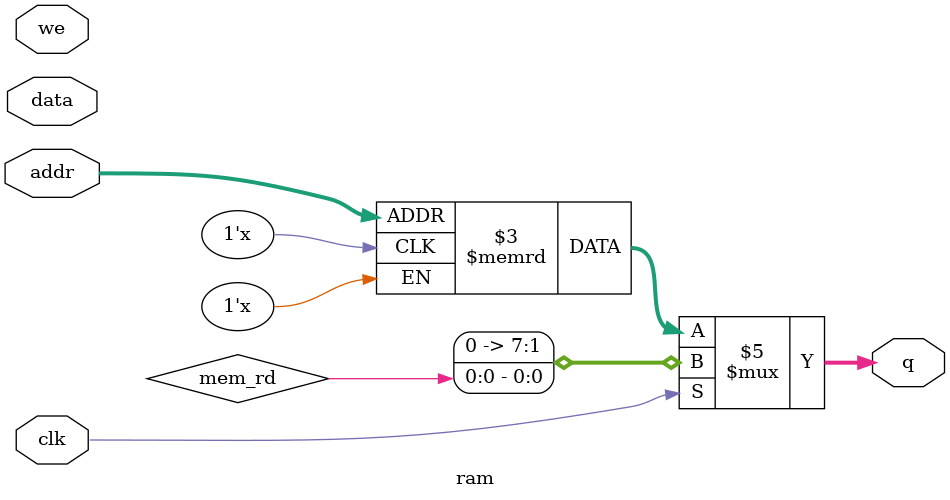
<source format=v>
module ram #(
    parameter ADDR_WIDTH=6,
    parameter DATA_WIDTH=8
) (
    input [DATA_WIDTH-1:0] data,
    input [ADDR_WIDTH-1:0] addr,
    input we, clk,
    output [7:0] q
);
reg [DATA_WIDTH-1:0] ram[2**ADDR_WIDTH-1:0];
// when we is high, write data to ram at address addr
// assign the ram value at address addr to q
always @ (we, clk) begin
    if (clk == 0) q <= ram[addr]; else q <= mem_rd;
end
endmodule

</source>
